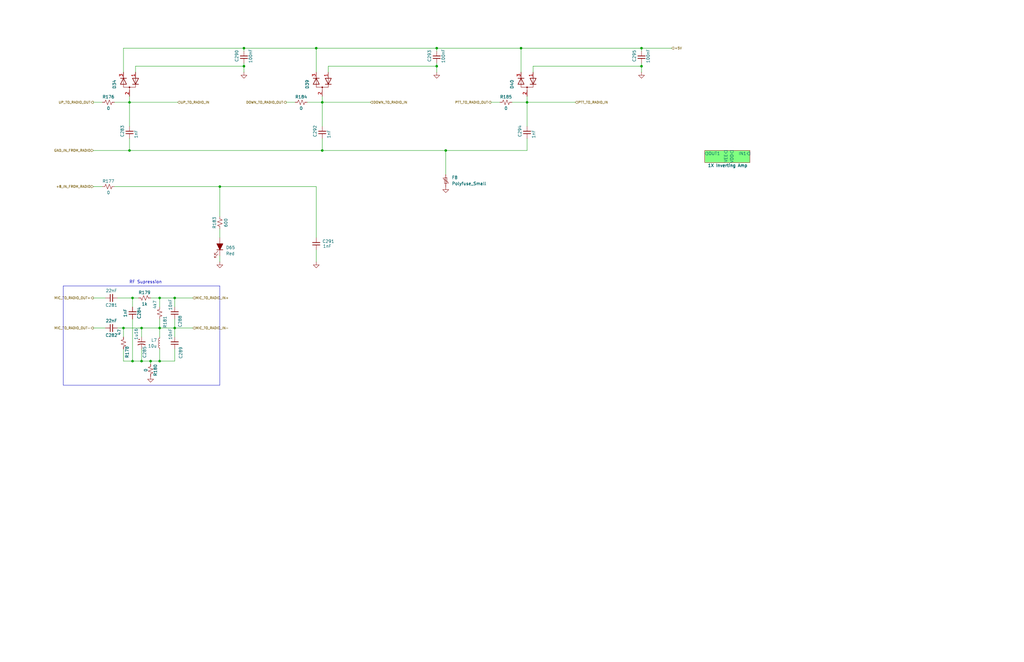
<source format=kicad_sch>
(kicad_sch (version 20250114) (generator "eeschema") (generator_version "9.0")
  (paper "B")
  (lib_symbols
    (symbol "Device:C_Polarized_Small_US" (pin_numbers (hide yes)) (pin_names (offset 0.254) (hide yes))
      (property "Reference" "C" (at 0.254 1.778 0))
      (property "Value" "C_Polarized_Small_US" (at 0.254 -2.032 0))
      (symbol "C_Polarized_Small_US_0_1"
        (polyline (pts (xy -1.524 0.508) (xy 1.524 0.508)) (stroke (width 0.3048)))
        (polyline (pts (xy -1.27 1.524) (xy -0.762 1.524)))
        (polyline (pts (xy -1.016 1.27) (xy -1.016 1.778)))
        (arc (start -1.524 -0.762) (mid 0 -0.3734) (end 1.524 -0.762) (stroke (width 0.3048)))
      )
      (symbol "C_Polarized_Small_US_1_1"
        (pin passive line (at 0 2.54 270) (length 2.032) (name "~") (number "1"))
        (pin passive line (at 0 -2.54 90) (length 2.032) (name "~") (number "2"))
      )
    )
    (symbol "Device:C_Small" (pin_numbers (hide yes)) (pin_names (offset 0.254) (hide yes))
      (property "Reference" "C" (at 0.254 1.778 0))
      (property "Value" "C_Small" (at 0.254 -2.032 0))
      (symbol "C_Small_0_1"
        (polyline (pts (xy -1.524 0.508) (xy 1.524 0.508)) (stroke (width 0.3048)))
        (polyline (pts (xy -1.524 -0.508) (xy 1.524 -0.508)) (stroke (width 0.3302)))
      )
      (symbol "C_Small_1_1"
        (pin passive line (at 0 2.54 270) (length 2.032) (name "~") (number "1"))
        (pin passive line (at 0 -2.54 90) (length 2.032) (name "~") (number "2"))
      )
    )
    (symbol "Device:D_Dual_Series_ACK_Parallel" (pin_names (offset 0.762) (hide yes))
      (property "Reference" "D" (at 0 5.08 0))
      (property "Value" "D_Dual_Series_ACK_Parallel" (at 0 -5.08 0))
      (symbol "D_Dual_Series_ACK_Parallel_0_0"
        (polyline (pts (xy 0 -1.27) (xy 0 -3.81)) (stroke (width 0.254)))
        (polyline (pts (xy 2.54 3.81) (xy 2.54 1.27)) (stroke (width 0.254)))
      )
      (symbol "D_Dual_Series_ACK_Parallel_0_1"
        (circle (center -1.27 0) (radius 0.254) (fill (type outline)))
        (polyline (pts (xy -1.27 0) (xy -2.54 0)))
        (polyline (pts (xy 0 3.81) (xy 2.54 2.54) (xy 0 1.27) (xy 0 3.81) (xy 0 3.81) (xy 0 3.81)) (stroke (width 0.254)))
        (polyline (pts (xy 2.54 2.54) (xy -1.27 2.54) (xy -1.27 -2.54) (xy 2.54 -2.54)))
        (polyline (pts (xy 2.54 -1.27) (xy 0 -2.54) (xy 2.54 -3.81) (xy 2.54 -1.27) (xy 2.54 -1.27) (xy 2.54 -1.27)) (stroke (width 0.254)))
        (pin passive line (at -5.08 0 0) (length 2.54) (name "common") (number "2"))
        (pin passive line (at 5.08 2.54 180) (length 2.54) (name "K") (number "3"))
        (pin passive line (at 5.08 -2.54 180) (length 2.54) (name "A") (number "1"))
      )
    )
    (symbol "Device:LED_Filled" (pin_numbers (hide yes)) (pin_names (offset 1.016) (hide yes))
      (property "Reference" "D" (at 0 2.54 0))
      (property "Value" "LED_Filled" (at 0 -2.54 0))
      (symbol "LED_Filled_0_1"
        (polyline (pts (xy -3.048 -0.762) (xy -4.572 -2.286) (xy -3.81 -2.286) (xy -4.572 -2.286) (xy -4.572 -1.524)))
        (polyline (pts (xy -1.778 -0.762) (xy -3.302 -2.286) (xy -2.54 -2.286) (xy -3.302 -2.286) (xy -3.302 -1.524)))
        (polyline (pts (xy -1.27 0) (xy 1.27 0)))
        (polyline (pts (xy -1.27 -1.27) (xy -1.27 1.27)) (stroke (width 0.254)))
        (polyline (pts (xy 1.27 -1.27) (xy 1.27 1.27) (xy -1.27 0) (xy 1.27 -1.27)) (stroke (width 0.254)) (fill (type outline)))
      )
      (symbol "LED_Filled_1_1"
        (pin passive line (at -3.81 0 0) (length 2.54) (name "K") (number "1"))
        (pin passive line (at 3.81 0 180) (length 2.54) (name "A") (number "2"))
      )
    )
    (symbol "Device:L_Small" (pin_numbers (hide yes)) (pin_names (offset 0.254) (hide yes))
      (property "Reference" "L" (at 0.762 1.016 0))
      (property "Value" "L_Small" (at 0.762 -1.016 0))
      (symbol "L_Small_0_1"
        (arc (start 0 2.032) (mid 0.5058 1.524) (end 0 1.016))
        (arc (start 0 1.016) (mid 0.5058 0.508) (end 0 0))
        (arc (start 0 0) (mid 0.5058 -0.508) (end 0 -1.016))
        (arc (start 0 -1.016) (mid 0.5058 -1.524) (end 0 -2.032))
      )
      (symbol "L_Small_1_1"
        (pin passive line (at 0 2.54 270) (length 0.508) (name "~") (number "1"))
        (pin passive line (at 0 -2.54 90) (length 0.508) (name "~") (number "2"))
      )
    )
    (symbol "Device:Polyfuse_Small" (pin_numbers (hide yes)) (pin_names (offset 0))
      (property "Reference" "F" (at -1.905 0 90))
      (property "Value" "Polyfuse_Small" (at 1.905 0 90))
      (symbol "Polyfuse_Small_0_1"
        (polyline (pts (xy -1.016 1.27) (xy -1.016 0.762) (xy 1.016 -0.762) (xy 1.016 -1.27)))
        (rectangle (start -0.508 1.27) (end 0.508 -1.27))
        (polyline (pts (xy 0 2.54) (xy 0 -2.54)))
      )
      (symbol "Polyfuse_Small_1_1"
        (pin passive line (at 0 2.54 270) (length 0.635) (name "~") (number "1"))
        (pin passive line (at 0 -2.54 90) (length 0.635) (name "~") (number "2"))
      )
    )
    (symbol "Device:R_Small_US" (pin_numbers (hide yes)) (pin_names (offset 0.254) (hide yes))
      (property "Reference" "R" (at 0.762 0.508 0))
      (property "Value" "R_Small_US" (at 0.762 -1.016 0))
      (symbol "R_Small_US_1_1"
        (polyline (pts (xy 0 1.524) (xy 1.016 1.143) (xy 0 0.762) (xy -1.016 0.381) (xy 0 0)))
        (polyline (pts (xy 0 0) (xy 1.016 -0.381) (xy 0 -0.762) (xy -1.016 -1.143) (xy 0 -1.524)))
        (pin passive line (at 0 2.54 270) (length 1.016) (name "~") (number "1"))
        (pin passive line (at 0 -2.54 90) (length 1.016) (name "~") (number "2"))
      )
    )
    (symbol "power:GND" (power) (pin_numbers (hide yes)) (pin_names (offset 0) (hide yes))
      (property "Value" "GND" (at 0 -3.81 0))
      (symbol "GND_0_1"
        (polyline (pts (xy 0 0) (xy 0 -1.27) (xy 1.27 -1.27) (xy 0 -2.54) (xy -1.27 -1.27) (xy 0 -1.27)))
      )
      (symbol "GND_1_1"
        (pin power_in line (at 0 0 270) (length 0) (name "~") (number "1"))
      )
    )
  )
  (rectangle (start 92.71 120.65) (end 26.67 162.56))
  (text "RF Supression" (at 68.326 119.888 0) (effects (font (size 1.27 1.27)) (justify right bottom)))
  (junction (at 92.71 78.74))
  (junction (at 54.61 63.5))
  (junction (at 73.66 138.43))
  (junction (at 54.61 43.18))
  (junction (at 63.5 152.4))
  (junction (at 135.89 63.5))
  (junction (at 52.07 138.43))
  (junction (at 73.66 125.73))
  (junction (at 67.31 138.43))
  (junction (at 55.88 125.73))
  (junction (at 270.51 20.32))
  (junction (at 102.87 27.94))
  (junction (at 59.69 138.43))
  (junction (at 67.31 125.73))
  (junction (at 67.31 152.4))
  (junction (at 184.15 20.32))
  (junction (at 184.15 27.94))
  (junction (at 133.35 20.32))
  (junction (at 55.88 152.4))
  (junction (at 219.71 20.32))
  (junction (at 102.87 20.32))
  (junction (at 135.89 43.18))
  (junction (at 222.25 43.18))
  (junction (at 187.96 63.5))
  (junction (at 270.51 27.94))
  (junction (at 59.69 152.4))
  (wire (pts (xy 48.26 78.74) (xy 92.71 78.74)))
  (wire (pts (xy 219.71 30.48) (xy 219.71 20.32)))
  (wire (pts (xy 81.28 138.43) (xy 73.66 138.43)))
  (wire (pts (xy 207.01 43.18) (xy 210.82 43.18)))
  (wire (pts (xy 39.37 63.5) (xy 54.61 63.5)))
  (wire (pts (xy 215.9 43.18) (xy 222.25 43.18)))
  (wire (pts (xy 73.66 138.43) (xy 73.66 142.24)))
  (wire (pts (xy 54.61 58.42) (xy 54.61 63.5)))
  (wire (pts (xy 219.71 20.32) (xy 270.51 20.32)))
  (wire (pts (xy 48.26 43.18) (xy 54.61 43.18)))
  (wire (pts (xy 102.87 30.48) (xy 102.87 27.94)))
  (wire (pts (xy 270.51 26.67) (xy 270.51 27.94)))
  (wire (pts (xy 270.51 20.32) (xy 270.51 21.59)))
  (wire (pts (xy 92.71 107.95) (xy 92.71 110.49)))
  (wire (pts (xy 135.89 43.18) (xy 135.89 40.64)))
  (wire (pts (xy 120.65 43.18) (xy 124.46 43.18)))
  (wire (pts (xy 133.35 30.48) (xy 133.35 20.32)))
  (wire (pts (xy 133.35 105.41) (xy 133.35 110.49)))
  (wire (pts (xy 52.07 20.32) (xy 102.87 20.32)))
  (wire (pts (xy 222.25 43.18) (xy 222.25 40.64)))
  (wire (pts (xy 81.28 125.73) (xy 73.66 125.73)))
  (wire (pts (xy 184.15 20.32) (xy 219.71 20.32)))
  (wire (pts (xy 54.61 43.18) (xy 74.93 43.18)))
  (wire (pts (xy 222.25 43.18) (xy 242.57 43.18)))
  (wire (pts (xy 73.66 129.54) (xy 73.66 125.73)))
  (wire (pts (xy 184.15 30.48) (xy 184.15 27.94)))
  (wire (pts (xy 52.07 142.24) (xy 52.07 138.43)))
  (wire (pts (xy 67.31 125.73) (xy 63.5 125.73)))
  (wire (pts (xy 73.66 147.32) (xy 73.66 152.4)))
  (wire (pts (xy 44.45 125.73) (xy 39.37 125.73)))
  (wire (pts (xy 184.15 26.67) (xy 184.15 27.94)))
  (wire (pts (xy 67.31 134.62) (xy 67.31 138.43)))
  (wire (pts (xy 67.31 138.43) (xy 67.31 142.24)))
  (wire (pts (xy 222.25 43.18) (xy 222.25 53.34)))
  (wire (pts (xy 55.88 125.73) (xy 55.88 129.54)))
  (wire (pts (xy 57.15 27.94) (xy 57.15 30.48)))
  (wire (pts (xy 270.51 30.48) (xy 270.51 27.94)))
  (wire (pts (xy 138.43 27.94) (xy 184.15 27.94)))
  (wire (pts (xy 135.89 43.18) (xy 156.21 43.18)))
  (wire (pts (xy 187.96 63.5) (xy 187.96 73.66)))
  (wire (pts (xy 52.07 30.48) (xy 52.07 20.32)))
  (wire (pts (xy 184.15 20.32) (xy 184.15 21.59)))
  (wire (pts (xy 135.89 63.5) (xy 187.96 63.5)))
  (wire (pts (xy 59.69 147.32) (xy 59.69 152.4)))
  (wire (pts (xy 55.88 125.73) (xy 49.53 125.73)))
  (wire (pts (xy 52.07 147.32) (xy 52.07 152.4)))
  (wire (pts (xy 59.69 138.43) (xy 52.07 138.43)))
  (wire (pts (xy 129.54 43.18) (xy 135.89 43.18)))
  (wire (pts (xy 63.5 152.4) (xy 67.31 152.4)))
  (wire (pts (xy 133.35 20.32) (xy 184.15 20.32)))
  (wire (pts (xy 67.31 147.32) (xy 67.31 152.4)))
  (wire (pts (xy 133.35 78.74) (xy 133.35 100.33)))
  (wire (pts (xy 73.66 134.62) (xy 73.66 138.43)))
  (wire (pts (xy 102.87 20.32) (xy 133.35 20.32)))
  (wire (pts (xy 57.15 27.94) (xy 102.87 27.94)))
  (wire (pts (xy 73.66 138.43) (xy 67.31 138.43)))
  (wire (pts (xy 102.87 26.67) (xy 102.87 27.94)))
  (wire (pts (xy 135.89 43.18) (xy 135.89 53.34)))
  (wire (pts (xy 59.69 138.43) (xy 59.69 142.24)))
  (wire (pts (xy 39.37 78.74) (xy 43.18 78.74)))
  (wire (pts (xy 92.71 96.52) (xy 92.71 100.33)))
  (wire (pts (xy 44.45 138.43) (xy 39.37 138.43)))
  (wire (pts (xy 54.61 43.18) (xy 54.61 53.34)))
  (wire (pts (xy 135.89 58.42) (xy 135.89 63.5)))
  (wire (pts (xy 54.61 63.5) (xy 135.89 63.5)))
  (wire (pts (xy 58.42 125.73) (xy 55.88 125.73)))
  (wire (pts (xy 67.31 138.43) (xy 59.69 138.43)))
  (wire (pts (xy 55.88 152.4) (xy 59.69 152.4)))
  (wire (pts (xy 138.43 27.94) (xy 138.43 30.48)))
  (wire (pts (xy 283.21 20.32) (xy 270.51 20.32)))
  (wire (pts (xy 52.07 152.4) (xy 55.88 152.4)))
  (wire (pts (xy 63.5 153.67) (xy 63.5 152.4)))
  (wire (pts (xy 59.69 152.4) (xy 63.5 152.4)))
  (wire (pts (xy 67.31 125.73) (xy 73.66 125.73)))
  (wire (pts (xy 39.37 43.18) (xy 43.18 43.18)))
  (wire (pts (xy 67.31 152.4) (xy 73.66 152.4)))
  (wire (pts (xy 224.79 27.94) (xy 270.51 27.94)))
  (wire (pts (xy 52.07 138.43) (xy 49.53 138.43)))
  (wire (pts (xy 187.96 63.5) (xy 222.25 63.5)))
  (wire (pts (xy 102.87 20.32) (xy 102.87 21.59)))
  (wire (pts (xy 222.25 63.5) (xy 222.25 58.42)))
  (wire (pts (xy 92.71 78.74) (xy 92.71 91.44)))
  (wire (pts (xy 54.61 43.18) (xy 54.61 40.64)))
  (wire (pts (xy 133.35 78.74) (xy 92.71 78.74)))
  (wire (pts (xy 224.79 27.94) (xy 224.79 30.48)))
  (wire (pts (xy 67.31 129.54) (xy 67.31 125.73)))
  (wire (pts (xy 55.88 134.62) (xy 55.88 152.4)))
  (hierarchical_label "+5V" (shape input) (at 283.21 20.32 0) (effects (font (size 1 1))))
  (hierarchical_label "DOWN_TO_RADIO_IN" (shape input) (at 156.21 43.18 0) (effects (font (size 1 1))))
  (hierarchical_label "PTT_TO_RADIO_OUT" (shape output) (at 207.01 43.18 180) (effects (font (size 1 1))))
  (hierarchical_label "+8_IN_FROM_RADIO" (shape input) (at 39.37 78.74 180) (effects (font (size 1 1))))
  (hierarchical_label "UP_TO_RADIO_OUT" (shape output) (at 39.37 43.18 180) (effects (font (size 1 1))))
  (hierarchical_label "MIC_TO_RADIO_IN+" (shape input) (at 81.28 125.73 0) (effects (font (size 1 1))))
  (hierarchical_label "UP_TO_RADIO_IN" (shape input) (at 74.93 43.18 0) (effects (font (size 1 1))))
  (hierarchical_label "MIC_TO_RADIO_IN-" (shape input) (at 81.28 138.43 0) (effects (font (size 1 1))))
  (hierarchical_label "DOWN_TO_RADIO_OUT" (shape output) (at 120.65 43.18 180) (effects (font (size 1 1))))
  (hierarchical_label "MIC_TO_RADIO_OUT-" (shape output) (at 39.37 138.43 180) (effects (font (size 1 1))))
  (hierarchical_label "PTT_TO_RADIO_IN" (shape input) (at 242.57 43.18 0) (effects (font (size 1 1))))
  (hierarchical_label "GND_IN_FROM_RADIO" (shape input) (at 39.37 63.5 180) (effects (font (size 1 1))))
  (hierarchical_label "MIC_TO_RADIO_OUT+" (shape output) (at 39.37 125.73 180) (effects (font (size 1 1))))
  (symbol (lib_id "power:GND") (at 102.87 30.48 0) (mirror y) (unit 1)
    (property "Reference" "#PWR0267" (effects (hide yes)))
    (property "Value" "GND" (effects (hide yes)))
    (property "Description" "Power symbol creates a global label with name \"GND\" , ground" (effects (hide yes)))
    (instances (project "PilotAudioPanel" (path "" (reference "#PWR0485") (unit 1)) (path "" (reference "#PWR0316") (unit 1)) (path "" (reference "#PWR0267") (unit 1)) (path "" (reference "#PWR0300") (unit 1))))
  )
  (symbol (lib_id "Device:C_Small") (at 135.89 55.88 180) (unit 1)
    (property "Reference" "C137" (at 132.842 57.912 90) (effects (justify right)))
    (property "Value" "1nF" (at 138.684 58.42 90) (effects (justify right)))
    (property "Description" "Unpolarized capacitor, small symbol" (effects (hide yes)))
    (instances (project "PilotAudioPanel" (path "" (reference "C292") (unit 1)) (path "" (reference "C178") (unit 1)) (path "" (reference "C137") (unit 1)) (path "" (reference "C146") (unit 1))))
  )
  (symbol (lib_id "power:GND") (at 187.96 78.74 0) (mirror y) (unit 1)
    (property "Reference" "#PWR0306" (effects (hide yes)))
    (property "Value" "GND" (effects (hide yes)))
    (property "Description" "Power symbol creates a global label with name \"GND\" , ground" (effects (hide yes)))
    (instances (project "PilotAudioPanel" (path "" (reference "#PWR0488") (unit 1)) (path "" (reference "#PWR0319") (unit 1)) (path "" (reference "#PWR0306") (unit 1)) (path "" (reference "#PWR0308") (unit 1))))
  )
  (symbol (lib_id "Device:C_Small") (at 102.87 24.13 180) (unit 1)
    (property "Reference" "C124" (at 99.822 26.162 90) (effects (justify right)))
    (property "Value" "100nF" (at 105.664 26.67 90) (effects (justify right)))
    (property "Description" "Unpolarized capacitor, small symbol" (effects (hide yes)))
    (instances (project "PilotAudioPanel" (path "" (reference "C290") (unit 1)) (path "" (reference "C173") (unit 1)) (path "" (reference "C124") (unit 1)) (path "" (reference "C145") (unit 1))))
  )
  (symbol (lib_id "Device:C_Small") (at 73.66 132.08 0) (mirror x) (unit 1)
    (property "Reference" "C151" (at 75.946 135.636 90))
    (property "Value" "10nF" (at 71.882 128.524 90))
    (property "Description" "Unpolarized capacitor, small symbol" (effects (hide yes)))
    (instances (project "PilotAudioPanel" (path "" (reference "C288") (unit 1)) (path "" (reference "C171") (unit 1)) (path "" (reference "C151") (unit 1)) (path "" (reference "C161") (unit 1))))
  )
  (symbol (lib_id "Device:C_Small") (at 270.51 24.13 180) (unit 1)
    (property "Reference" "C126" (at 267.462 26.162 90) (effects (justify right)))
    (property "Value" "100nF" (at 273.304 26.67 90) (effects (justify right)))
    (property "Description" "Unpolarized capacitor, small symbol" (effects (hide yes)))
    (instances (project "PilotAudioPanel" (path "" (reference "C295") (unit 1)) (path "" (reference "C262") (unit 1)) (path "" (reference "C126") (unit 1)) (path "" (reference "C150") (unit 1))))
  )
  (symbol (lib_id "Device:D_Dual_Series_ACK_Parallel") (at 54.61 35.56 90) (unit 1)
    (property "Reference" "D25" (at 48.26 35.56 0))
    (property "Value" "D_Dual_Series_ACK_Parallel" (effects (hide yes)))
    (property "Description" "Dual diode, anode/center/cathode" (effects (hide yes)))
    (instances (project "PilotAudioPanel" (path "" (reference "D34") (unit 1)) (path "" (reference "D29") (unit 1)) (path "" (reference "D25") (unit 1)) (path "" (reference "D27") (unit 1))))
  )
  (symbol (lib_id "Device:C_Small") (at 54.61 55.88 180) (unit 1)
    (property "Reference" "C127" (at 51.562 57.912 90) (effects (justify right)))
    (property "Value" "1nF" (at 57.404 58.42 90) (effects (justify right)))
    (property "Description" "Unpolarized capacitor, small symbol" (effects (hide yes)))
    (instances (project "PilotAudioPanel" (path "" (reference "C283") (unit 1)) (path "" (reference "C166") (unit 1)) (path "" (reference "C127") (unit 1)) (path "" (reference "C135") (unit 1))))
  )
  (symbol (lib_id "Device:C_Small") (at 46.99 125.73 90) (mirror x) (unit 1)
    (property "Reference" "C155" (at 46.99 128.778 90))
    (property "Value" "22nF" (at 46.99 122.682 90))
    (property "Description" "Unpolarized capacitor, small symbol" (effects (hide yes)))
    (instances (project "PilotAudioPanel" (path "" (reference "C281") (unit 1)) (path "" (reference "C164") (unit 1)) (path "" (reference "C155") (unit 1)) (path "" (reference "C157") (unit 1))))
  )
  (symbol (lib_id "Device:R_Small_US") (at 127 43.18 270) (unit 1)
    (property "Reference" "R155" (at 127 40.894 90))
    (property "Value" "0" (at 127 45.72 90))
    (property "Description" "Resistor, small US symbol" (effects (hide yes)))
    (instances (project "PilotAudioPanel" (path "" (reference "R184") (unit 1)) (path "" (reference "R174") (unit 1)) (path "" (reference "R155") (unit 1)) (path "" (reference "R164") (unit 1))))
  )
  (symbol (lib_id "Device:C_Small") (at 55.88 132.08 180) (unit 1)
    (property "Reference" "C154" (at 58.674 132.08 90))
    (property "Value" "1nF" (at 52.832 132.08 90))
    (property "Description" "Unpolarized capacitor, small symbol" (effects (hide yes)))
    (instances (project "PilotAudioPanel" (path "" (reference "C284") (unit 1)) (path "" (reference "C167") (unit 1)) (path "" (reference "C154") (unit 1)) (path "" (reference "C159") (unit 1))))
  )
  (symbol (lib_id "Device:C_Small") (at 222.25 55.88 180) (unit 1)
    (property "Reference" "C147" (at 219.202 57.912 90) (effects (justify right)))
    (property "Value" "1nF" (at 225.044 58.42 90) (effects (justify right)))
    (property "Description" "Unpolarized capacitor, small symbol" (effects (hide yes)))
    (instances (project "PilotAudioPanel" (path "" (reference "C294") (unit 1)) (path "" (reference "C261") (unit 1)) (path "" (reference "C147") (unit 1)) (path "" (reference "C149") (unit 1))))
  )
  (symbol (lib_id "Device:R_Small_US") (at 45.72 78.74 270) (unit 1)
    (property "Reference" "R152" (at 45.72 76.454 90))
    (property "Value" "0" (at 45.72 81.28 90))
    (property "Description" "Resistor, small US symbol" (effects (hide yes)))
    (instances (project "PilotAudioPanel" (path "" (reference "R177") (unit 1)) (path "" (reference "R167") (unit 1)) (path "" (reference "R152") (unit 1)) (path "" (reference "R158") (unit 1))))
  )
  (symbol (lib_id "Device:D_Dual_Series_ACK_Parallel") (at 135.89 35.56 90) (unit 1)
    (property "Reference" "D31" (at 129.54 35.56 0))
    (property "Value" "D_Dual_Series_ACK_Parallel" (effects (hide yes)))
    (property "Description" "Dual diode, anode/center/cathode" (effects (hide yes)))
    (instances (project "PilotAudioPanel" (path "" (reference "D39") (unit 1)) (path "" (reference "D33") (unit 1)) (path "" (reference "D31") (unit 1)) (path "" (reference "D32") (unit 1))))
  )
  (symbol (lib_id "power:GND") (at 133.35 110.49 0) (unit 1)
    (property "Reference" "#PWR0305" (effects (hide yes)))
    (property "Value" "GND" (effects (hide yes)))
    (property "Description" "Power symbol creates a global label with name \"GND\" , ground" (effects (hide yes)))
    (instances (project "PilotAudioPanel" (path "" (reference "#PWR0486") (unit 1)) (path "" (reference "#PWR0317") (unit 1)) (path "" (reference "#PWR0305") (unit 1)) (path "" (reference "#PWR0307") (unit 1))))
  )
  (symbol (lib_id "Device:C_Small") (at 46.99 138.43 90) (mirror x) (unit 1)
    (property "Reference" "C156" (at 46.99 141.478 90))
    (property "Value" "22nF" (at 46.99 135.382 90))
    (property "Description" "Unpolarized capacitor, small symbol" (effects (hide yes)))
    (instances (project "PilotAudioPanel" (path "" (reference "C282") (unit 1)) (path "" (reference "C165") (unit 1)) (path "" (reference "C156") (unit 1)) (path "" (reference "C158") (unit 1))))
  )
  (symbol (lib_id "Device:R_Small_US") (at 213.36 43.18 270) (unit 1)
    (property "Reference" "R156" (at 213.36 40.894 90))
    (property "Value" "0" (at 213.36 45.72 90))
    (property "Description" "Resistor, small US symbol" (effects (hide yes)))
    (instances (project "PilotAudioPanel" (path "" (reference "R185") (unit 1)) (path "" (reference "R175") (unit 1)) (path "" (reference "R156") (unit 1)) (path "" (reference "R165") (unit 1))))
  )
  (symbol (lib_id "Device:C_Small") (at 133.35 102.87 180) (unit 1)
    (property "Reference" "C263" (at 135.89 101.854 0) (effects (justify right)))
    (property "Value" "1nF" (at 136.144 103.886 0) (effects (justify right)))
    (property "Description" "Unpolarized capacitor, small symbol" (effects (hide yes)))
    (instances (project "PilotAudioPanel" (path "" (reference "C291") (unit 1)) (path "" (reference "C279") (unit 1)) (path "" (reference "C263") (unit 1)) (path "" (reference "C278") (unit 1))))
  )
  (symbol (lib_id "power:GND") (at 184.15 30.48 0) (mirror y) (unit 1)
    (property "Reference" "#PWR0274" (effects (hide yes)))
    (property "Value" "GND" (effects (hide yes)))
    (property "Description" "Power symbol creates a global label with name \"GND\" , ground" (effects (hide yes)))
    (instances (project "PilotAudioPanel" (path "" (reference "#PWR0487") (unit 1)) (path "" (reference "#PWR0318") (unit 1)) (path "" (reference "#PWR0274") (unit 1)) (path "" (reference "#PWR0303") (unit 1))))
  )
  (symbol (lib_id "Device:R_Small_US") (at 63.5 156.21 0) (mirror y) (unit 1)
    (property "Reference" "R151" (at 65.532 156.21 90))
    (property "Value" "0" (at 61.468 156.21 90))
    (property "Description" "Resistor, small US symbol" (effects (hide yes)))
    (instances (project "PilotAudioPanel" (path "" (reference "R180") (unit 1)) (path "" (reference "R170") (unit 1)) (path "" (reference "R151") (unit 1)) (path "" (reference "R161") (unit 1))))
  )
  (symbol (lib_id "power:GND") (at 92.71 110.49 0) (unit 1)
    (property "Reference" "#PWR0301" (effects (hide yes)))
    (property "Value" "GND" (effects (hide yes)))
    (property "Description" "Power symbol creates a global label with name \"GND\" , ground" (effects (hide yes)))
    (instances (project "PilotAudioPanel" (path "" (reference "#PWR0484") (unit 1)) (path "" (reference "#PWR0315") (unit 1)) (path "" (reference "#PWR0301") (unit 1)) (path "" (reference "#PWR0302") (unit 1))))
  )
  (symbol (lib_id "Device:R_Small_US") (at 67.31 132.08 0) (mirror y) (unit 1)
    (property "Reference" "R144" (at 69.596 135.89 90))
    (property "Value" "4k7" (at 65.278 128.524 90))
    (property "Description" "Resistor, small US symbol" (effects (hide yes)))
    (instances (project "PilotAudioPanel" (path "" (reference "R181") (unit 1)) (path "" (reference "R171") (unit 1)) (path "" (reference "R144") (unit 1)) (path "" (reference "R162") (unit 1))))
  )
  (symbol (lib_id "Device:C_Small") (at 73.66 144.78 0) (mirror x) (unit 1)
    (property "Reference" "C152" (at 76.2 148.844 90))
    (property "Value" "10nF" (at 71.882 140.97 90))
    (property "Description" "Unpolarized capacitor, small symbol" (effects (hide yes)))
    (instances (project "PilotAudioPanel" (path "" (reference "C289") (unit 1)) (path "" (reference "C172") (unit 1)) (path "" (reference "C152") (unit 1)) (path "" (reference "C162") (unit 1))))
  )
  (symbol (lib_id "Device:R_Small_US") (at 92.71 93.98 0) (unit 1)
    (property "Reference" "R153" (at 90.424 93.98 90))
    (property "Value" "600" (at 95.25 93.98 90))
    (property "Description" "Resistor, small US symbol" (effects (hide yes)))
    (instances (project "PilotAudioPanel" (path "" (reference "R183") (unit 1)) (path "" (reference "R173") (unit 1)) (path "" (reference "R153") (unit 1)) (path "" (reference "R163") (unit 1))))
  )
  (symbol (lib_id "power:GND") (at 63.5 158.75 0) (mirror y) (unit 1)
    (property "Reference" "#PWR0286" (effects (hide yes)))
    (property "Value" "GND" (effects (hide yes)))
    (property "Description" "Power symbol creates a global label with name \"GND\" , ground" (effects (hide yes)))
    (instances (project "PilotAudioPanel" (path "" (reference "#PWR0324") (unit 1)) (path "" (reference "#PWR0312") (unit 1)) (path "" (reference "#PWR0286") (unit 1)) (path "" (reference "#PWR0298") (unit 1))))
  )
  (symbol (lib_id "Device:C_Small") (at 184.15 24.13 180) (unit 1)
    (property "Reference" "C125" (at 181.102 26.162 90) (effects (justify right)))
    (property "Value" "100nF" (at 186.944 26.67 90) (effects (justify right)))
    (property "Description" "Unpolarized capacitor, small symbol" (effects (hide yes)))
    (instances (project "PilotAudioPanel" (path "" (reference "C293") (unit 1)) (path "" (reference "C260") (unit 1)) (path "" (reference "C125") (unit 1)) (path "" (reference "C148") (unit 1))))
  )
  (symbol (lib_id "Device:LED_Filled") (at 92.71 104.14 270) (mirror x) (unit 1)
    (property "Reference" "D42" (at 95.25 104.4574 90) (effects (justify left)))
    (property "Value" "Red" (at 95.25 106.9974 90) (effects (justify left)))
    (property "Footprint" "LED_THT:LED_D5.0mm" (effects (hide yes)))
    (property "Description" "Light emitting diode, filled shape" (effects (hide yes)))
    (property "DigiKey Part Number" "732-5016-ND" (effects (hide yes)))
    (instances (project "PilotAudioPanel" (path "" (reference "D65") (unit 1)) (path "" (reference "D64") (unit 1)) (path "" (reference "D42") (unit 1)) (path "" (reference "D43") (unit 1))))
  )
  (symbol (lib_id "Device:C_Polarized_Small_US") (at 59.69 144.78 0) (unit 1)
    (property "Reference" "C153" (at 60.96 148.59 90))
    (property "Value" "1u16" (at 57.404 140.97 90))
    (property "Description" "Polarized capacitor, small US symbol" (effects (hide yes)))
    (instances (project "PilotAudioPanel" (path "" (reference "C285") (unit 1)) (path "" (reference "C168") (unit 1)) (path "" (reference "C153") (unit 1)) (path "" (reference "C160") (unit 1))))
  )
  (symbol (lib_id "power:GND") (at 270.51 30.48 0) (mirror y) (unit 1)
    (property "Reference" "#PWR0275" (effects (hide yes)))
    (property "Value" "GND" (effects (hide yes)))
    (property "Description" "Power symbol creates a global label with name \"GND\" , ground" (effects (hide yes)))
    (instances (project "PilotAudioPanel" (path "" (reference "#PWR0489") (unit 1)) (path "" (reference "#PWR0320") (unit 1)) (path "" (reference "#PWR0275") (unit 1)) (path "" (reference "#PWR0304") (unit 1))))
  )
  (symbol (lib_id "Device:Polyfuse_Small") (at 187.96 76.2 0) (unit 1)
    (property "Reference" "F?" (at 190.5 74.9299 0) (effects (justify left)))
    (property "Value" "Polyfuse_Small" (at 190.5 77.4699 0) (effects (justify left)))
    (property "Description" "Resettable fuse, polymeric positive temperature coefficient, small symbol" (effects (hide yes)))
    (instances (project "PilotAudioPanel" (path "" (reference "F8") (unit 1)) (path "" (reference "F7") (unit 1)) (path "" (reference "F?") (unit 1)) (path "" (reference "F6") (unit 1))))
  )
  (symbol (lib_id "Device:D_Dual_Series_ACK_Parallel") (at 222.25 35.56 90) (unit 1)
    (property "Reference" "D35" (at 215.9 35.56 0))
    (property "Value" "D_Dual_Series_ACK_Parallel" (effects (hide yes)))
    (property "Description" "Dual diode, anode/center/cathode" (effects (hide yes)))
    (instances (project "PilotAudioPanel" (path "" (reference "D40") (unit 1)) (path "" (reference "D37") (unit 1)) (path "" (reference "D35") (unit 1)) (path "" (reference "D36") (unit 1))))
  )
  (symbol (lib_id "Device:R_Small_US") (at 45.72 43.18 270) (unit 1)
    (property "Reference" "R154" (at 45.72 40.894 90))
    (property "Value" "0" (at 45.72 45.72 90))
    (property "Description" "Resistor, small US symbol" (effects (hide yes)))
    (instances (project "PilotAudioPanel" (path "" (reference "R176") (unit 1)) (path "" (reference "R166") (unit 1)) (path "" (reference "R154") (unit 1)) (path "" (reference "R157") (unit 1))))
  )
  (symbol (lib_id "Device:R_Small_US") (at 60.96 125.73 90) (mirror x) (unit 1)
    (property "Reference" "R149" (at 60.96 123.444 90))
    (property "Value" "1k" (at 60.96 128.27 90))
    (property "Description" "Resistor, small US symbol" (effects (hide yes)))
    (instances (project "PilotAudioPanel" (path "" (reference "R179") (unit 1)) (path "" (reference "R169") (unit 1)) (path "" (reference "R149") (unit 1)) (path "" (reference "R160") (unit 1))))
  )
  (symbol (lib_id "Device:L_Small") (at 67.31 144.78 0) (mirror y) (unit 1)
    (property "Reference" "L4" (at 66.1692 143.5678 0) (effects (justify left)))
    (property "Value" "10u" (at 66.1692 145.9921 0) (effects (justify left)))
    (property "Description" "Inductor, small symbol" (effects (hide yes)))
    (instances (project "PilotAudioPanel" (path "" (reference "L7") (unit 1)) (path "" (reference "L6") (unit 1)) (path "" (reference "L4") (unit 1)) (path "" (reference "L5") (unit 1))))
  )
  (symbol (lib_id "Device:R_Small_US") (at 52.07 144.78 0) (mirror y) (unit 1)
    (property "Reference" "R150" (at 53.594 148.59 90))
    (property "Value" "47" (at 50.292 140.208 90))
    (property "Description" "Resistor, small US symbol" (effects (hide yes)))
    (instances (project "PilotAudioPanel" (path "" (reference "R178") (unit 1)) (path "" (reference "R168") (unit 1)) (path "" (reference "R150") (unit 1)) (path "" (reference "R159") (unit 1))))
  )
  (sheet (at 297.18 63.5) (size 19.05 5.08) (stroke (width 0.1524)) (fill (color 128 255 128 1.0000))
    (property "Sheetname" "1X Inverting Amp" (at 306.832 69.088 0) (effects (font (thickness 0.254) (bold yes)) (justify top)))
    (property "Sheetfile" "Inverting_Amp_1x.kicad_sch" (effects (hide yes)))
    (pin "IN1" input (at 316.23 64.77 0))
    (pin "OUT1" output (at 297.18 64.77 180))
    (pin "VDD" input (at 308.61 63.5 90))
    (pin "VEE" input (at 306.07 63.5 90))
  )
)
</source>
